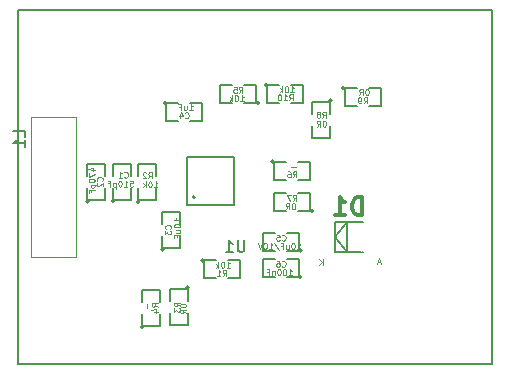
<source format=gbr>
%TF.GenerationSoftware,KiCad,Pcbnew,7.0.5.1-1-g8f565ef7f0-dirty-deb11*%
%TF.CreationDate,2023-07-05T14:59:33+00:00*%
%TF.ProjectId,LIGHTNING01,4c494748-544e-4494-9e47-30312e6b6963,01A*%
%TF.SameCoordinates,Original*%
%TF.FileFunction,Legend,Bot*%
%TF.FilePolarity,Positive*%
%FSLAX46Y46*%
G04 Gerber Fmt 4.6, Leading zero omitted, Abs format (unit mm)*
G04 Created by KiCad (PCBNEW 7.0.5.1-1-g8f565ef7f0-dirty-deb11) date 2023-07-05 14:59:33*
%MOMM*%
%LPD*%
G01*
G04 APERTURE LIST*
%ADD10C,0.200000*%
%ADD11C,0.109220*%
%ADD12C,0.150000*%
%ADD13C,0.304800*%
%ADD14C,0.099060*%
%ADD15C,0.120000*%
G04 APERTURE END LIST*
D10*
X40386000Y254000D02*
X254000Y254000D01*
X254000Y254000D02*
X254000Y30226000D01*
X254000Y30226000D02*
X40386000Y30226000D01*
X40386000Y30226000D02*
X40386000Y254000D01*
D11*
%TO.C,R2*%
X11259396Y15966695D02*
X11426189Y16204971D01*
X11545327Y15966695D02*
X11545327Y16467075D01*
X11545327Y16467075D02*
X11354706Y16467075D01*
X11354706Y16467075D02*
X11307051Y16443247D01*
X11307051Y16443247D02*
X11283224Y16419420D01*
X11283224Y16419420D02*
X11259396Y16371764D01*
X11259396Y16371764D02*
X11259396Y16300282D01*
X11259396Y16300282D02*
X11283224Y16252626D01*
X11283224Y16252626D02*
X11307051Y16228799D01*
X11307051Y16228799D02*
X11354706Y16204971D01*
X11354706Y16204971D02*
X11545327Y16204971D01*
X11068775Y16419420D02*
X11044947Y16443247D01*
X11044947Y16443247D02*
X10997292Y16467075D01*
X10997292Y16467075D02*
X10878154Y16467075D01*
X10878154Y16467075D02*
X10830499Y16443247D01*
X10830499Y16443247D02*
X10806671Y16419420D01*
X10806671Y16419420D02*
X10782844Y16371764D01*
X10782844Y16371764D02*
X10782844Y16324109D01*
X10782844Y16324109D02*
X10806671Y16252626D01*
X10806671Y16252626D02*
X11092603Y15966695D01*
X11092603Y15966695D02*
X10782844Y15966695D01*
X11727845Y15204695D02*
X12013776Y15204695D01*
X11870810Y15204695D02*
X11870810Y15705075D01*
X11870810Y15705075D02*
X11918466Y15633592D01*
X11918466Y15633592D02*
X11966121Y15585937D01*
X11966121Y15585937D02*
X12013776Y15562109D01*
X11418086Y15705075D02*
X11370431Y15705075D01*
X11370431Y15705075D02*
X11322775Y15681247D01*
X11322775Y15681247D02*
X11298948Y15657420D01*
X11298948Y15657420D02*
X11275120Y15609764D01*
X11275120Y15609764D02*
X11251293Y15514454D01*
X11251293Y15514454D02*
X11251293Y15395316D01*
X11251293Y15395316D02*
X11275120Y15300005D01*
X11275120Y15300005D02*
X11298948Y15252350D01*
X11298948Y15252350D02*
X11322775Y15228522D01*
X11322775Y15228522D02*
X11370431Y15204695D01*
X11370431Y15204695D02*
X11418086Y15204695D01*
X11418086Y15204695D02*
X11465741Y15228522D01*
X11465741Y15228522D02*
X11489569Y15252350D01*
X11489569Y15252350D02*
X11513396Y15300005D01*
X11513396Y15300005D02*
X11537224Y15395316D01*
X11537224Y15395316D02*
X11537224Y15514454D01*
X11537224Y15514454D02*
X11513396Y15609764D01*
X11513396Y15609764D02*
X11489569Y15657420D01*
X11489569Y15657420D02*
X11465741Y15681247D01*
X11465741Y15681247D02*
X11418086Y15705075D01*
X11036844Y15204695D02*
X11036844Y15705075D01*
X10989189Y15395316D02*
X10846223Y15204695D01*
X10846223Y15538282D02*
X11036844Y15347661D01*
%TO.C,C3*%
X13132150Y11703897D02*
X13155978Y11727725D01*
X13155978Y11727725D02*
X13179805Y11799207D01*
X13179805Y11799207D02*
X13179805Y11846863D01*
X13179805Y11846863D02*
X13155978Y11918346D01*
X13155978Y11918346D02*
X13108322Y11966001D01*
X13108322Y11966001D02*
X13060667Y11989828D01*
X13060667Y11989828D02*
X12965357Y12013656D01*
X12965357Y12013656D02*
X12893874Y12013656D01*
X12893874Y12013656D02*
X12798563Y11989828D01*
X12798563Y11989828D02*
X12750908Y11966001D01*
X12750908Y11966001D02*
X12703253Y11918346D01*
X12703253Y11918346D02*
X12679425Y11846863D01*
X12679425Y11846863D02*
X12679425Y11799207D01*
X12679425Y11799207D02*
X12703253Y11727725D01*
X12703253Y11727725D02*
X12727080Y11703897D01*
X12679425Y11537104D02*
X12679425Y11227345D01*
X12679425Y11227345D02*
X12870046Y11394138D01*
X12870046Y11394138D02*
X12870046Y11322655D01*
X12870046Y11322655D02*
X12893874Y11275000D01*
X12893874Y11275000D02*
X12917701Y11251172D01*
X12917701Y11251172D02*
X12965357Y11227345D01*
X12965357Y11227345D02*
X13084495Y11227345D01*
X13084495Y11227345D02*
X13132150Y11251172D01*
X13132150Y11251172D02*
X13155978Y11275000D01*
X13155978Y11275000D02*
X13179805Y11322655D01*
X13179805Y11322655D02*
X13179805Y11465621D01*
X13179805Y11465621D02*
X13155978Y11513276D01*
X13155978Y11513276D02*
X13132150Y11537104D01*
X13941805Y12283622D02*
X13941805Y12569553D01*
X13941805Y12426587D02*
X13441425Y12426587D01*
X13441425Y12426587D02*
X13512908Y12474243D01*
X13512908Y12474243D02*
X13560563Y12521898D01*
X13560563Y12521898D02*
X13584391Y12569553D01*
X13441425Y11973863D02*
X13441425Y11926208D01*
X13441425Y11926208D02*
X13465253Y11878552D01*
X13465253Y11878552D02*
X13489080Y11854725D01*
X13489080Y11854725D02*
X13536736Y11830897D01*
X13536736Y11830897D02*
X13632046Y11807070D01*
X13632046Y11807070D02*
X13751184Y11807070D01*
X13751184Y11807070D02*
X13846495Y11830897D01*
X13846495Y11830897D02*
X13894150Y11854725D01*
X13894150Y11854725D02*
X13917978Y11878552D01*
X13917978Y11878552D02*
X13941805Y11926208D01*
X13941805Y11926208D02*
X13941805Y11973863D01*
X13941805Y11973863D02*
X13917978Y12021518D01*
X13917978Y12021518D02*
X13894150Y12045346D01*
X13894150Y12045346D02*
X13846495Y12069173D01*
X13846495Y12069173D02*
X13751184Y12093001D01*
X13751184Y12093001D02*
X13632046Y12093001D01*
X13632046Y12093001D02*
X13536736Y12069173D01*
X13536736Y12069173D02*
X13489080Y12045346D01*
X13489080Y12045346D02*
X13465253Y12021518D01*
X13465253Y12021518D02*
X13441425Y11973863D01*
X13608218Y11378173D02*
X13941805Y11378173D01*
X13608218Y11592621D02*
X13870322Y11592621D01*
X13870322Y11592621D02*
X13917978Y11568794D01*
X13917978Y11568794D02*
X13941805Y11521139D01*
X13941805Y11521139D02*
X13941805Y11449656D01*
X13941805Y11449656D02*
X13917978Y11402000D01*
X13917978Y11402000D02*
X13894150Y11378173D01*
X13679701Y10973103D02*
X13679701Y11139896D01*
X13941805Y11139896D02*
X13441425Y11139896D01*
X13441425Y11139896D02*
X13441425Y10901620D01*
%TO.C,C6*%
X22562396Y8521350D02*
X22586224Y8497522D01*
X22586224Y8497522D02*
X22657706Y8473695D01*
X22657706Y8473695D02*
X22705362Y8473695D01*
X22705362Y8473695D02*
X22776845Y8497522D01*
X22776845Y8497522D02*
X22824500Y8545178D01*
X22824500Y8545178D02*
X22848327Y8592833D01*
X22848327Y8592833D02*
X22872155Y8688143D01*
X22872155Y8688143D02*
X22872155Y8759626D01*
X22872155Y8759626D02*
X22848327Y8854937D01*
X22848327Y8854937D02*
X22824500Y8902592D01*
X22824500Y8902592D02*
X22776845Y8950247D01*
X22776845Y8950247D02*
X22705362Y8974075D01*
X22705362Y8974075D02*
X22657706Y8974075D01*
X22657706Y8974075D02*
X22586224Y8950247D01*
X22586224Y8950247D02*
X22562396Y8926420D01*
X22133499Y8974075D02*
X22228809Y8974075D01*
X22228809Y8974075D02*
X22276465Y8950247D01*
X22276465Y8950247D02*
X22300292Y8926420D01*
X22300292Y8926420D02*
X22347947Y8854937D01*
X22347947Y8854937D02*
X22371775Y8759626D01*
X22371775Y8759626D02*
X22371775Y8569005D01*
X22371775Y8569005D02*
X22347947Y8521350D01*
X22347947Y8521350D02*
X22324120Y8497522D01*
X22324120Y8497522D02*
X22276465Y8473695D01*
X22276465Y8473695D02*
X22181154Y8473695D01*
X22181154Y8473695D02*
X22133499Y8497522D01*
X22133499Y8497522D02*
X22109671Y8521350D01*
X22109671Y8521350D02*
X22085844Y8569005D01*
X22085844Y8569005D02*
X22085844Y8688143D01*
X22085844Y8688143D02*
X22109671Y8735799D01*
X22109671Y8735799D02*
X22133499Y8759626D01*
X22133499Y8759626D02*
X22181154Y8783454D01*
X22181154Y8783454D02*
X22276465Y8783454D01*
X22276465Y8783454D02*
X22324120Y8759626D01*
X22324120Y8759626D02*
X22347947Y8735799D01*
X22347947Y8735799D02*
X22371775Y8688143D01*
X23126397Y7775195D02*
X23412328Y7775195D01*
X23269362Y7775195D02*
X23269362Y8275575D01*
X23269362Y8275575D02*
X23317018Y8204092D01*
X23317018Y8204092D02*
X23364673Y8156437D01*
X23364673Y8156437D02*
X23412328Y8132609D01*
X22816638Y8275575D02*
X22768983Y8275575D01*
X22768983Y8275575D02*
X22721327Y8251747D01*
X22721327Y8251747D02*
X22697500Y8227920D01*
X22697500Y8227920D02*
X22673672Y8180264D01*
X22673672Y8180264D02*
X22649845Y8084954D01*
X22649845Y8084954D02*
X22649845Y7965816D01*
X22649845Y7965816D02*
X22673672Y7870505D01*
X22673672Y7870505D02*
X22697500Y7822850D01*
X22697500Y7822850D02*
X22721327Y7799022D01*
X22721327Y7799022D02*
X22768983Y7775195D01*
X22768983Y7775195D02*
X22816638Y7775195D01*
X22816638Y7775195D02*
X22864293Y7799022D01*
X22864293Y7799022D02*
X22888121Y7822850D01*
X22888121Y7822850D02*
X22911948Y7870505D01*
X22911948Y7870505D02*
X22935776Y7965816D01*
X22935776Y7965816D02*
X22935776Y8084954D01*
X22935776Y8084954D02*
X22911948Y8180264D01*
X22911948Y8180264D02*
X22888121Y8227920D01*
X22888121Y8227920D02*
X22864293Y8251747D01*
X22864293Y8251747D02*
X22816638Y8275575D01*
X22340086Y8275575D02*
X22292431Y8275575D01*
X22292431Y8275575D02*
X22244775Y8251747D01*
X22244775Y8251747D02*
X22220948Y8227920D01*
X22220948Y8227920D02*
X22197120Y8180264D01*
X22197120Y8180264D02*
X22173293Y8084954D01*
X22173293Y8084954D02*
X22173293Y7965816D01*
X22173293Y7965816D02*
X22197120Y7870505D01*
X22197120Y7870505D02*
X22220948Y7822850D01*
X22220948Y7822850D02*
X22244775Y7799022D01*
X22244775Y7799022D02*
X22292431Y7775195D01*
X22292431Y7775195D02*
X22340086Y7775195D01*
X22340086Y7775195D02*
X22387741Y7799022D01*
X22387741Y7799022D02*
X22411569Y7822850D01*
X22411569Y7822850D02*
X22435396Y7870505D01*
X22435396Y7870505D02*
X22459224Y7965816D01*
X22459224Y7965816D02*
X22459224Y8084954D01*
X22459224Y8084954D02*
X22435396Y8180264D01*
X22435396Y8180264D02*
X22411569Y8227920D01*
X22411569Y8227920D02*
X22387741Y8251747D01*
X22387741Y8251747D02*
X22340086Y8275575D01*
X21958844Y8108782D02*
X21958844Y7775195D01*
X21958844Y8061126D02*
X21935017Y8084954D01*
X21935017Y8084954D02*
X21887362Y8108782D01*
X21887362Y8108782D02*
X21815879Y8108782D01*
X21815879Y8108782D02*
X21768223Y8084954D01*
X21768223Y8084954D02*
X21744396Y8037299D01*
X21744396Y8037299D02*
X21744396Y7775195D01*
X21339326Y8037299D02*
X21506119Y8037299D01*
X21506119Y7775195D02*
X21506119Y8275575D01*
X21506119Y8275575D02*
X21267843Y8275575D01*
%TO.C,R9*%
X29483896Y22316695D02*
X29650689Y22554971D01*
X29769827Y22316695D02*
X29769827Y22817075D01*
X29769827Y22817075D02*
X29579206Y22817075D01*
X29579206Y22817075D02*
X29531551Y22793247D01*
X29531551Y22793247D02*
X29507724Y22769420D01*
X29507724Y22769420D02*
X29483896Y22721764D01*
X29483896Y22721764D02*
X29483896Y22650282D01*
X29483896Y22650282D02*
X29507724Y22602626D01*
X29507724Y22602626D02*
X29531551Y22578799D01*
X29531551Y22578799D02*
X29579206Y22554971D01*
X29579206Y22554971D02*
X29769827Y22554971D01*
X29245620Y22316695D02*
X29150309Y22316695D01*
X29150309Y22316695D02*
X29102654Y22340522D01*
X29102654Y22340522D02*
X29078826Y22364350D01*
X29078826Y22364350D02*
X29031171Y22435833D01*
X29031171Y22435833D02*
X29007344Y22531143D01*
X29007344Y22531143D02*
X29007344Y22721764D01*
X29007344Y22721764D02*
X29031171Y22769420D01*
X29031171Y22769420D02*
X29054999Y22793247D01*
X29054999Y22793247D02*
X29102654Y22817075D01*
X29102654Y22817075D02*
X29197965Y22817075D01*
X29197965Y22817075D02*
X29245620Y22793247D01*
X29245620Y22793247D02*
X29269447Y22769420D01*
X29269447Y22769420D02*
X29293275Y22721764D01*
X29293275Y22721764D02*
X29293275Y22602626D01*
X29293275Y22602626D02*
X29269447Y22554971D01*
X29269447Y22554971D02*
X29245620Y22531143D01*
X29245620Y22531143D02*
X29197965Y22507316D01*
X29197965Y22507316D02*
X29102654Y22507316D01*
X29102654Y22507316D02*
X29054999Y22531143D01*
X29054999Y22531143D02*
X29031171Y22554971D01*
X29031171Y22554971D02*
X29007344Y22602626D01*
X29801517Y23515575D02*
X29753862Y23515575D01*
X29753862Y23515575D02*
X29706206Y23491747D01*
X29706206Y23491747D02*
X29682379Y23467920D01*
X29682379Y23467920D02*
X29658551Y23420264D01*
X29658551Y23420264D02*
X29634724Y23324954D01*
X29634724Y23324954D02*
X29634724Y23205816D01*
X29634724Y23205816D02*
X29658551Y23110505D01*
X29658551Y23110505D02*
X29682379Y23062850D01*
X29682379Y23062850D02*
X29706206Y23039022D01*
X29706206Y23039022D02*
X29753862Y23015195D01*
X29753862Y23015195D02*
X29801517Y23015195D01*
X29801517Y23015195D02*
X29849172Y23039022D01*
X29849172Y23039022D02*
X29873000Y23062850D01*
X29873000Y23062850D02*
X29896827Y23110505D01*
X29896827Y23110505D02*
X29920655Y23205816D01*
X29920655Y23205816D02*
X29920655Y23324954D01*
X29920655Y23324954D02*
X29896827Y23420264D01*
X29896827Y23420264D02*
X29873000Y23467920D01*
X29873000Y23467920D02*
X29849172Y23491747D01*
X29849172Y23491747D02*
X29801517Y23515575D01*
X29134344Y23015195D02*
X29301137Y23253471D01*
X29420275Y23015195D02*
X29420275Y23515575D01*
X29420275Y23515575D02*
X29229654Y23515575D01*
X29229654Y23515575D02*
X29181999Y23491747D01*
X29181999Y23491747D02*
X29158172Y23467920D01*
X29158172Y23467920D02*
X29134344Y23420264D01*
X29134344Y23420264D02*
X29134344Y23348782D01*
X29134344Y23348782D02*
X29158172Y23301126D01*
X29158172Y23301126D02*
X29181999Y23277299D01*
X29181999Y23277299D02*
X29229654Y23253471D01*
X29229654Y23253471D02*
X29420275Y23253471D01*
%TO.C,R10*%
X23181672Y22570695D02*
X23348465Y22808971D01*
X23467603Y22570695D02*
X23467603Y23071075D01*
X23467603Y23071075D02*
X23276982Y23071075D01*
X23276982Y23071075D02*
X23229327Y23047247D01*
X23229327Y23047247D02*
X23205500Y23023420D01*
X23205500Y23023420D02*
X23181672Y22975764D01*
X23181672Y22975764D02*
X23181672Y22904282D01*
X23181672Y22904282D02*
X23205500Y22856626D01*
X23205500Y22856626D02*
X23229327Y22832799D01*
X23229327Y22832799D02*
X23276982Y22808971D01*
X23276982Y22808971D02*
X23467603Y22808971D01*
X22705120Y22570695D02*
X22991051Y22570695D01*
X22848085Y22570695D02*
X22848085Y23071075D01*
X22848085Y23071075D02*
X22895741Y22999592D01*
X22895741Y22999592D02*
X22943396Y22951937D01*
X22943396Y22951937D02*
X22991051Y22928109D01*
X22395361Y23071075D02*
X22347706Y23071075D01*
X22347706Y23071075D02*
X22300050Y23047247D01*
X22300050Y23047247D02*
X22276223Y23023420D01*
X22276223Y23023420D02*
X22252395Y22975764D01*
X22252395Y22975764D02*
X22228568Y22880454D01*
X22228568Y22880454D02*
X22228568Y22761316D01*
X22228568Y22761316D02*
X22252395Y22666005D01*
X22252395Y22666005D02*
X22276223Y22618350D01*
X22276223Y22618350D02*
X22300050Y22594522D01*
X22300050Y22594522D02*
X22347706Y22570695D01*
X22347706Y22570695D02*
X22395361Y22570695D01*
X22395361Y22570695D02*
X22443016Y22594522D01*
X22443016Y22594522D02*
X22466844Y22618350D01*
X22466844Y22618350D02*
X22490671Y22666005D01*
X22490671Y22666005D02*
X22514499Y22761316D01*
X22514499Y22761316D02*
X22514499Y22880454D01*
X22514499Y22880454D02*
X22490671Y22975764D01*
X22490671Y22975764D02*
X22466844Y23023420D01*
X22466844Y23023420D02*
X22443016Y23047247D01*
X22443016Y23047247D02*
X22395361Y23071075D01*
X23284845Y23269195D02*
X23570776Y23269195D01*
X23427810Y23269195D02*
X23427810Y23769575D01*
X23427810Y23769575D02*
X23475466Y23698092D01*
X23475466Y23698092D02*
X23523121Y23650437D01*
X23523121Y23650437D02*
X23570776Y23626609D01*
X22975086Y23769575D02*
X22927431Y23769575D01*
X22927431Y23769575D02*
X22879775Y23745747D01*
X22879775Y23745747D02*
X22855948Y23721920D01*
X22855948Y23721920D02*
X22832120Y23674264D01*
X22832120Y23674264D02*
X22808293Y23578954D01*
X22808293Y23578954D02*
X22808293Y23459816D01*
X22808293Y23459816D02*
X22832120Y23364505D01*
X22832120Y23364505D02*
X22855948Y23316850D01*
X22855948Y23316850D02*
X22879775Y23293022D01*
X22879775Y23293022D02*
X22927431Y23269195D01*
X22927431Y23269195D02*
X22975086Y23269195D01*
X22975086Y23269195D02*
X23022741Y23293022D01*
X23022741Y23293022D02*
X23046569Y23316850D01*
X23046569Y23316850D02*
X23070396Y23364505D01*
X23070396Y23364505D02*
X23094224Y23459816D01*
X23094224Y23459816D02*
X23094224Y23578954D01*
X23094224Y23578954D02*
X23070396Y23674264D01*
X23070396Y23674264D02*
X23046569Y23721920D01*
X23046569Y23721920D02*
X23022741Y23745747D01*
X23022741Y23745747D02*
X22975086Y23769575D01*
X22593844Y23269195D02*
X22593844Y23769575D01*
X22546189Y23459816D02*
X22403223Y23269195D01*
X22403223Y23602782D02*
X22593844Y23412161D01*
D12*
%TO.C,L1*%
X793319Y19506667D02*
X793319Y19982857D01*
X793319Y19982857D02*
X-206681Y19982857D01*
X793319Y18649524D02*
X793319Y19220952D01*
X793319Y18935238D02*
X-206681Y18935238D01*
X-206681Y18935238D02*
X-63824Y19030476D01*
X-63824Y19030476D02*
X31414Y19125714D01*
X31414Y19125714D02*
X79033Y19220952D01*
D11*
%TO.C,C1*%
X9227396Y16077850D02*
X9251224Y16054022D01*
X9251224Y16054022D02*
X9322706Y16030195D01*
X9322706Y16030195D02*
X9370362Y16030195D01*
X9370362Y16030195D02*
X9441845Y16054022D01*
X9441845Y16054022D02*
X9489500Y16101678D01*
X9489500Y16101678D02*
X9513327Y16149333D01*
X9513327Y16149333D02*
X9537155Y16244643D01*
X9537155Y16244643D02*
X9537155Y16316126D01*
X9537155Y16316126D02*
X9513327Y16411437D01*
X9513327Y16411437D02*
X9489500Y16459092D01*
X9489500Y16459092D02*
X9441845Y16506747D01*
X9441845Y16506747D02*
X9370362Y16530575D01*
X9370362Y16530575D02*
X9322706Y16530575D01*
X9322706Y16530575D02*
X9251224Y16506747D01*
X9251224Y16506747D02*
X9227396Y16482920D01*
X8750844Y16030195D02*
X9036775Y16030195D01*
X8893809Y16030195D02*
X8893809Y16530575D01*
X8893809Y16530575D02*
X8941465Y16459092D01*
X8941465Y16459092D02*
X8989120Y16411437D01*
X8989120Y16411437D02*
X9036775Y16387609D01*
X9688224Y15768575D02*
X9926500Y15768575D01*
X9926500Y15768575D02*
X9950328Y15530299D01*
X9950328Y15530299D02*
X9926500Y15554126D01*
X9926500Y15554126D02*
X9878845Y15577954D01*
X9878845Y15577954D02*
X9759707Y15577954D01*
X9759707Y15577954D02*
X9712052Y15554126D01*
X9712052Y15554126D02*
X9688224Y15530299D01*
X9688224Y15530299D02*
X9664397Y15482643D01*
X9664397Y15482643D02*
X9664397Y15363505D01*
X9664397Y15363505D02*
X9688224Y15315850D01*
X9688224Y15315850D02*
X9712052Y15292022D01*
X9712052Y15292022D02*
X9759707Y15268195D01*
X9759707Y15268195D02*
X9878845Y15268195D01*
X9878845Y15268195D02*
X9926500Y15292022D01*
X9926500Y15292022D02*
X9950328Y15315850D01*
X9187845Y15268195D02*
X9473776Y15268195D01*
X9330810Y15268195D02*
X9330810Y15768575D01*
X9330810Y15768575D02*
X9378466Y15697092D01*
X9378466Y15697092D02*
X9426121Y15649437D01*
X9426121Y15649437D02*
X9473776Y15625609D01*
X8878086Y15768575D02*
X8830431Y15768575D01*
X8830431Y15768575D02*
X8782775Y15744747D01*
X8782775Y15744747D02*
X8758948Y15720920D01*
X8758948Y15720920D02*
X8735120Y15673264D01*
X8735120Y15673264D02*
X8711293Y15577954D01*
X8711293Y15577954D02*
X8711293Y15458816D01*
X8711293Y15458816D02*
X8735120Y15363505D01*
X8735120Y15363505D02*
X8758948Y15315850D01*
X8758948Y15315850D02*
X8782775Y15292022D01*
X8782775Y15292022D02*
X8830431Y15268195D01*
X8830431Y15268195D02*
X8878086Y15268195D01*
X8878086Y15268195D02*
X8925741Y15292022D01*
X8925741Y15292022D02*
X8949569Y15315850D01*
X8949569Y15315850D02*
X8973396Y15363505D01*
X8973396Y15363505D02*
X8997224Y15458816D01*
X8997224Y15458816D02*
X8997224Y15577954D01*
X8997224Y15577954D02*
X8973396Y15673264D01*
X8973396Y15673264D02*
X8949569Y15720920D01*
X8949569Y15720920D02*
X8925741Y15744747D01*
X8925741Y15744747D02*
X8878086Y15768575D01*
X8496844Y15601782D02*
X8496844Y15101402D01*
X8496844Y15577954D02*
X8449189Y15601782D01*
X8449189Y15601782D02*
X8353879Y15601782D01*
X8353879Y15601782D02*
X8306223Y15577954D01*
X8306223Y15577954D02*
X8282396Y15554126D01*
X8282396Y15554126D02*
X8258568Y15506471D01*
X8258568Y15506471D02*
X8258568Y15363505D01*
X8258568Y15363505D02*
X8282396Y15315850D01*
X8282396Y15315850D02*
X8306223Y15292022D01*
X8306223Y15292022D02*
X8353879Y15268195D01*
X8353879Y15268195D02*
X8449189Y15268195D01*
X8449189Y15268195D02*
X8496844Y15292022D01*
X7877326Y15530299D02*
X8044119Y15530299D01*
X8044119Y15268195D02*
X8044119Y15768575D01*
X8044119Y15768575D02*
X7805843Y15768575D01*
%TO.C,C2*%
X7353650Y15767897D02*
X7377478Y15791725D01*
X7377478Y15791725D02*
X7401305Y15863207D01*
X7401305Y15863207D02*
X7401305Y15910863D01*
X7401305Y15910863D02*
X7377478Y15982346D01*
X7377478Y15982346D02*
X7329822Y16030001D01*
X7329822Y16030001D02*
X7282167Y16053828D01*
X7282167Y16053828D02*
X7186857Y16077656D01*
X7186857Y16077656D02*
X7115374Y16077656D01*
X7115374Y16077656D02*
X7020063Y16053828D01*
X7020063Y16053828D02*
X6972408Y16030001D01*
X6972408Y16030001D02*
X6924753Y15982346D01*
X6924753Y15982346D02*
X6900925Y15910863D01*
X6900925Y15910863D02*
X6900925Y15863207D01*
X6900925Y15863207D02*
X6924753Y15791725D01*
X6924753Y15791725D02*
X6948580Y15767897D01*
X6948580Y15577276D02*
X6924753Y15553448D01*
X6924753Y15553448D02*
X6900925Y15505793D01*
X6900925Y15505793D02*
X6900925Y15386655D01*
X6900925Y15386655D02*
X6924753Y15339000D01*
X6924753Y15339000D02*
X6948580Y15315172D01*
X6948580Y15315172D02*
X6996236Y15291345D01*
X6996236Y15291345D02*
X7043891Y15291345D01*
X7043891Y15291345D02*
X7115374Y15315172D01*
X7115374Y15315172D02*
X7401305Y15601104D01*
X7401305Y15601104D02*
X7401305Y15291345D01*
X6369218Y16633553D02*
X6702805Y16633553D01*
X6178598Y16752691D02*
X6536012Y16871829D01*
X6536012Y16871829D02*
X6536012Y16562070D01*
X6202425Y16419105D02*
X6202425Y16085518D01*
X6202425Y16085518D02*
X6702805Y16299967D01*
X6202425Y15799587D02*
X6202425Y15751932D01*
X6202425Y15751932D02*
X6226253Y15704276D01*
X6226253Y15704276D02*
X6250080Y15680449D01*
X6250080Y15680449D02*
X6297736Y15656621D01*
X6297736Y15656621D02*
X6393046Y15632794D01*
X6393046Y15632794D02*
X6512184Y15632794D01*
X6512184Y15632794D02*
X6607495Y15656621D01*
X6607495Y15656621D02*
X6655150Y15680449D01*
X6655150Y15680449D02*
X6678978Y15704276D01*
X6678978Y15704276D02*
X6702805Y15751932D01*
X6702805Y15751932D02*
X6702805Y15799587D01*
X6702805Y15799587D02*
X6678978Y15847242D01*
X6678978Y15847242D02*
X6655150Y15871070D01*
X6655150Y15871070D02*
X6607495Y15894897D01*
X6607495Y15894897D02*
X6512184Y15918725D01*
X6512184Y15918725D02*
X6393046Y15918725D01*
X6393046Y15918725D02*
X6297736Y15894897D01*
X6297736Y15894897D02*
X6250080Y15871070D01*
X6250080Y15871070D02*
X6226253Y15847242D01*
X6226253Y15847242D02*
X6202425Y15799587D01*
X6369218Y15418345D02*
X6869598Y15418345D01*
X6393046Y15418345D02*
X6369218Y15370690D01*
X6369218Y15370690D02*
X6369218Y15275380D01*
X6369218Y15275380D02*
X6393046Y15227724D01*
X6393046Y15227724D02*
X6416874Y15203897D01*
X6416874Y15203897D02*
X6464529Y15180069D01*
X6464529Y15180069D02*
X6607495Y15180069D01*
X6607495Y15180069D02*
X6655150Y15203897D01*
X6655150Y15203897D02*
X6678978Y15227724D01*
X6678978Y15227724D02*
X6702805Y15275380D01*
X6702805Y15275380D02*
X6702805Y15370690D01*
X6702805Y15370690D02*
X6678978Y15418345D01*
X6440701Y14798827D02*
X6440701Y14965620D01*
X6702805Y14965620D02*
X6202425Y14965620D01*
X6202425Y14965620D02*
X6202425Y14727344D01*
%TO.C,C5*%
X22562396Y10743850D02*
X22586224Y10720022D01*
X22586224Y10720022D02*
X22657706Y10696195D01*
X22657706Y10696195D02*
X22705362Y10696195D01*
X22705362Y10696195D02*
X22776845Y10720022D01*
X22776845Y10720022D02*
X22824500Y10767678D01*
X22824500Y10767678D02*
X22848327Y10815333D01*
X22848327Y10815333D02*
X22872155Y10910643D01*
X22872155Y10910643D02*
X22872155Y10982126D01*
X22872155Y10982126D02*
X22848327Y11077437D01*
X22848327Y11077437D02*
X22824500Y11125092D01*
X22824500Y11125092D02*
X22776845Y11172747D01*
X22776845Y11172747D02*
X22705362Y11196575D01*
X22705362Y11196575D02*
X22657706Y11196575D01*
X22657706Y11196575D02*
X22586224Y11172747D01*
X22586224Y11172747D02*
X22562396Y11148920D01*
X22109671Y11196575D02*
X22347947Y11196575D01*
X22347947Y11196575D02*
X22371775Y10958299D01*
X22371775Y10958299D02*
X22347947Y10982126D01*
X22347947Y10982126D02*
X22300292Y11005954D01*
X22300292Y11005954D02*
X22181154Y11005954D01*
X22181154Y11005954D02*
X22133499Y10982126D01*
X22133499Y10982126D02*
X22109671Y10958299D01*
X22109671Y10958299D02*
X22085844Y10910643D01*
X22085844Y10910643D02*
X22085844Y10791505D01*
X22085844Y10791505D02*
X22109671Y10743850D01*
X22109671Y10743850D02*
X22133499Y10720022D01*
X22133499Y10720022D02*
X22181154Y10696195D01*
X22181154Y10696195D02*
X22300292Y10696195D01*
X22300292Y10696195D02*
X22347947Y10720022D01*
X22347947Y10720022D02*
X22371775Y10743850D01*
X23841225Y9997695D02*
X24127156Y9997695D01*
X23984190Y9997695D02*
X23984190Y10498075D01*
X23984190Y10498075D02*
X24031846Y10426592D01*
X24031846Y10426592D02*
X24079501Y10378937D01*
X24079501Y10378937D02*
X24127156Y10355109D01*
X23531466Y10498075D02*
X23483811Y10498075D01*
X23483811Y10498075D02*
X23436155Y10474247D01*
X23436155Y10474247D02*
X23412328Y10450420D01*
X23412328Y10450420D02*
X23388500Y10402764D01*
X23388500Y10402764D02*
X23364673Y10307454D01*
X23364673Y10307454D02*
X23364673Y10188316D01*
X23364673Y10188316D02*
X23388500Y10093005D01*
X23388500Y10093005D02*
X23412328Y10045350D01*
X23412328Y10045350D02*
X23436155Y10021522D01*
X23436155Y10021522D02*
X23483811Y9997695D01*
X23483811Y9997695D02*
X23531466Y9997695D01*
X23531466Y9997695D02*
X23579121Y10021522D01*
X23579121Y10021522D02*
X23602949Y10045350D01*
X23602949Y10045350D02*
X23626776Y10093005D01*
X23626776Y10093005D02*
X23650604Y10188316D01*
X23650604Y10188316D02*
X23650604Y10307454D01*
X23650604Y10307454D02*
X23626776Y10402764D01*
X23626776Y10402764D02*
X23602949Y10450420D01*
X23602949Y10450420D02*
X23579121Y10474247D01*
X23579121Y10474247D02*
X23531466Y10498075D01*
X22935776Y10331282D02*
X22935776Y9997695D01*
X23150224Y10331282D02*
X23150224Y10069178D01*
X23150224Y10069178D02*
X23126397Y10021522D01*
X23126397Y10021522D02*
X23078742Y9997695D01*
X23078742Y9997695D02*
X23007259Y9997695D01*
X23007259Y9997695D02*
X22959603Y10021522D01*
X22959603Y10021522D02*
X22935776Y10045350D01*
X22530706Y10259799D02*
X22697499Y10259799D01*
X22697499Y9997695D02*
X22697499Y10498075D01*
X22697499Y10498075D02*
X22459223Y10498075D01*
X21911188Y10521902D02*
X22340085Y9878557D01*
X21482291Y9997695D02*
X21768222Y9997695D01*
X21625256Y9997695D02*
X21625256Y10498075D01*
X21625256Y10498075D02*
X21672912Y10426592D01*
X21672912Y10426592D02*
X21720567Y10378937D01*
X21720567Y10378937D02*
X21768222Y10355109D01*
X21172532Y10498075D02*
X21124877Y10498075D01*
X21124877Y10498075D02*
X21077221Y10474247D01*
X21077221Y10474247D02*
X21053394Y10450420D01*
X21053394Y10450420D02*
X21029566Y10402764D01*
X21029566Y10402764D02*
X21005739Y10307454D01*
X21005739Y10307454D02*
X21005739Y10188316D01*
X21005739Y10188316D02*
X21029566Y10093005D01*
X21029566Y10093005D02*
X21053394Y10045350D01*
X21053394Y10045350D02*
X21077221Y10021522D01*
X21077221Y10021522D02*
X21124877Y9997695D01*
X21124877Y9997695D02*
X21172532Y9997695D01*
X21172532Y9997695D02*
X21220187Y10021522D01*
X21220187Y10021522D02*
X21244015Y10045350D01*
X21244015Y10045350D02*
X21267842Y10093005D01*
X21267842Y10093005D02*
X21291670Y10188316D01*
X21291670Y10188316D02*
X21291670Y10307454D01*
X21291670Y10307454D02*
X21267842Y10402764D01*
X21267842Y10402764D02*
X21244015Y10450420D01*
X21244015Y10450420D02*
X21220187Y10474247D01*
X21220187Y10474247D02*
X21172532Y10498075D01*
X20862773Y10498075D02*
X20695980Y9997695D01*
X20695980Y9997695D02*
X20529187Y10498075D01*
D13*
%TO.C,D1*%
X29369656Y12836319D02*
X29369656Y14360319D01*
X29369656Y14360319D02*
X29006799Y14360319D01*
X29006799Y14360319D02*
X28789085Y14287748D01*
X28789085Y14287748D02*
X28643942Y14142605D01*
X28643942Y14142605D02*
X28571371Y13997462D01*
X28571371Y13997462D02*
X28498799Y13707176D01*
X28498799Y13707176D02*
X28498799Y13489462D01*
X28498799Y13489462D02*
X28571371Y13199176D01*
X28571371Y13199176D02*
X28643942Y13054033D01*
X28643942Y13054033D02*
X28789085Y12908890D01*
X28789085Y12908890D02*
X29006799Y12836319D01*
X29006799Y12836319D02*
X29369656Y12836319D01*
X27047371Y12836319D02*
X27918228Y12836319D01*
X27482799Y12836319D02*
X27482799Y14360319D01*
X27482799Y14360319D02*
X27627942Y14142605D01*
X27627942Y14142605D02*
X27773085Y13997462D01*
X27773085Y13997462D02*
X27918228Y13924890D01*
D14*
X26026351Y8610327D02*
X26026351Y9110707D01*
X25740420Y8610327D02*
X25954869Y8896258D01*
X25740420Y9110707D02*
X26026351Y8824775D01*
X30914097Y8852353D02*
X30675821Y8852353D01*
X30961752Y8709387D02*
X30794959Y9209767D01*
X30794959Y9209767D02*
X30628166Y8709387D01*
D11*
%TO.C,R4*%
X12036805Y5099897D02*
X11798529Y5266690D01*
X12036805Y5385828D02*
X11536425Y5385828D01*
X11536425Y5385828D02*
X11536425Y5195207D01*
X11536425Y5195207D02*
X11560253Y5147552D01*
X11560253Y5147552D02*
X11584080Y5123725D01*
X11584080Y5123725D02*
X11631736Y5099897D01*
X11631736Y5099897D02*
X11703218Y5099897D01*
X11703218Y5099897D02*
X11750874Y5123725D01*
X11750874Y5123725D02*
X11774701Y5147552D01*
X11774701Y5147552D02*
X11798529Y5195207D01*
X11798529Y5195207D02*
X11798529Y5385828D01*
X11703218Y4671000D02*
X12036805Y4671000D01*
X11512598Y4790138D02*
X11870012Y4909276D01*
X11870012Y4909276D02*
X11870012Y4599517D01*
X11147684Y5334121D02*
X11147684Y4952879D01*
%TO.C,R5*%
X18942896Y23205695D02*
X19109689Y23443971D01*
X19228827Y23205695D02*
X19228827Y23706075D01*
X19228827Y23706075D02*
X19038206Y23706075D01*
X19038206Y23706075D02*
X18990551Y23682247D01*
X18990551Y23682247D02*
X18966724Y23658420D01*
X18966724Y23658420D02*
X18942896Y23610764D01*
X18942896Y23610764D02*
X18942896Y23539282D01*
X18942896Y23539282D02*
X18966724Y23491626D01*
X18966724Y23491626D02*
X18990551Y23467799D01*
X18990551Y23467799D02*
X19038206Y23443971D01*
X19038206Y23443971D02*
X19228827Y23443971D01*
X18490171Y23706075D02*
X18728447Y23706075D01*
X18728447Y23706075D02*
X18752275Y23467799D01*
X18752275Y23467799D02*
X18728447Y23491626D01*
X18728447Y23491626D02*
X18680792Y23515454D01*
X18680792Y23515454D02*
X18561654Y23515454D01*
X18561654Y23515454D02*
X18513999Y23491626D01*
X18513999Y23491626D02*
X18490171Y23467799D01*
X18490171Y23467799D02*
X18466344Y23420143D01*
X18466344Y23420143D02*
X18466344Y23301005D01*
X18466344Y23301005D02*
X18490171Y23253350D01*
X18490171Y23253350D02*
X18513999Y23229522D01*
X18513999Y23229522D02*
X18561654Y23205695D01*
X18561654Y23205695D02*
X18680792Y23205695D01*
X18680792Y23205695D02*
X18728447Y23229522D01*
X18728447Y23229522D02*
X18752275Y23253350D01*
X19030345Y22507195D02*
X19316276Y22507195D01*
X19173310Y22507195D02*
X19173310Y23007575D01*
X19173310Y23007575D02*
X19220966Y22936092D01*
X19220966Y22936092D02*
X19268621Y22888437D01*
X19268621Y22888437D02*
X19316276Y22864609D01*
X18720586Y23007575D02*
X18672931Y23007575D01*
X18672931Y23007575D02*
X18625275Y22983747D01*
X18625275Y22983747D02*
X18601448Y22959920D01*
X18601448Y22959920D02*
X18577620Y22912264D01*
X18577620Y22912264D02*
X18553793Y22816954D01*
X18553793Y22816954D02*
X18553793Y22697816D01*
X18553793Y22697816D02*
X18577620Y22602505D01*
X18577620Y22602505D02*
X18601448Y22554850D01*
X18601448Y22554850D02*
X18625275Y22531022D01*
X18625275Y22531022D02*
X18672931Y22507195D01*
X18672931Y22507195D02*
X18720586Y22507195D01*
X18720586Y22507195D02*
X18768241Y22531022D01*
X18768241Y22531022D02*
X18792069Y22554850D01*
X18792069Y22554850D02*
X18815896Y22602505D01*
X18815896Y22602505D02*
X18839724Y22697816D01*
X18839724Y22697816D02*
X18839724Y22816954D01*
X18839724Y22816954D02*
X18815896Y22912264D01*
X18815896Y22912264D02*
X18792069Y22959920D01*
X18792069Y22959920D02*
X18768241Y22983747D01*
X18768241Y22983747D02*
X18720586Y23007575D01*
X18339344Y22507195D02*
X18339344Y23007575D01*
X18291689Y22697816D02*
X18148723Y22507195D01*
X18148723Y22840782D02*
X18339344Y22650161D01*
%TO.C,R6*%
X23514896Y16055478D02*
X23681689Y16293754D01*
X23800827Y16055478D02*
X23800827Y16555858D01*
X23800827Y16555858D02*
X23610206Y16555858D01*
X23610206Y16555858D02*
X23562551Y16532030D01*
X23562551Y16532030D02*
X23538724Y16508203D01*
X23538724Y16508203D02*
X23514896Y16460547D01*
X23514896Y16460547D02*
X23514896Y16389065D01*
X23514896Y16389065D02*
X23538724Y16341409D01*
X23538724Y16341409D02*
X23562551Y16317582D01*
X23562551Y16317582D02*
X23610206Y16293754D01*
X23610206Y16293754D02*
X23800827Y16293754D01*
X23085999Y16555858D02*
X23181309Y16555858D01*
X23181309Y16555858D02*
X23228965Y16532030D01*
X23228965Y16532030D02*
X23252792Y16508203D01*
X23252792Y16508203D02*
X23300447Y16436720D01*
X23300447Y16436720D02*
X23324275Y16341409D01*
X23324275Y16341409D02*
X23324275Y16150788D01*
X23324275Y16150788D02*
X23300447Y16103133D01*
X23300447Y16103133D02*
X23276620Y16079305D01*
X23276620Y16079305D02*
X23228965Y16055478D01*
X23228965Y16055478D02*
X23133654Y16055478D01*
X23133654Y16055478D02*
X23085999Y16079305D01*
X23085999Y16079305D02*
X23062171Y16103133D01*
X23062171Y16103133D02*
X23038344Y16150788D01*
X23038344Y16150788D02*
X23038344Y16269926D01*
X23038344Y16269926D02*
X23062171Y16317582D01*
X23062171Y16317582D02*
X23085999Y16341409D01*
X23085999Y16341409D02*
X23133654Y16365237D01*
X23133654Y16365237D02*
X23228965Y16365237D01*
X23228965Y16365237D02*
X23276620Y16341409D01*
X23276620Y16341409D02*
X23300447Y16317582D01*
X23300447Y16317582D02*
X23324275Y16269926D01*
X23749120Y16944599D02*
X23367879Y16944599D01*
%TO.C,R7*%
X23514896Y14061695D02*
X23681689Y14299971D01*
X23800827Y14061695D02*
X23800827Y14562075D01*
X23800827Y14562075D02*
X23610206Y14562075D01*
X23610206Y14562075D02*
X23562551Y14538247D01*
X23562551Y14538247D02*
X23538724Y14514420D01*
X23538724Y14514420D02*
X23514896Y14466764D01*
X23514896Y14466764D02*
X23514896Y14395282D01*
X23514896Y14395282D02*
X23538724Y14347626D01*
X23538724Y14347626D02*
X23562551Y14323799D01*
X23562551Y14323799D02*
X23610206Y14299971D01*
X23610206Y14299971D02*
X23800827Y14299971D01*
X23348103Y14562075D02*
X23014516Y14562075D01*
X23014516Y14562075D02*
X23228965Y14061695D01*
X23578517Y13863575D02*
X23530862Y13863575D01*
X23530862Y13863575D02*
X23483206Y13839747D01*
X23483206Y13839747D02*
X23459379Y13815920D01*
X23459379Y13815920D02*
X23435551Y13768264D01*
X23435551Y13768264D02*
X23411724Y13672954D01*
X23411724Y13672954D02*
X23411724Y13553816D01*
X23411724Y13553816D02*
X23435551Y13458505D01*
X23435551Y13458505D02*
X23459379Y13410850D01*
X23459379Y13410850D02*
X23483206Y13387022D01*
X23483206Y13387022D02*
X23530862Y13363195D01*
X23530862Y13363195D02*
X23578517Y13363195D01*
X23578517Y13363195D02*
X23626172Y13387022D01*
X23626172Y13387022D02*
X23650000Y13410850D01*
X23650000Y13410850D02*
X23673827Y13458505D01*
X23673827Y13458505D02*
X23697655Y13553816D01*
X23697655Y13553816D02*
X23697655Y13672954D01*
X23697655Y13672954D02*
X23673827Y13768264D01*
X23673827Y13768264D02*
X23650000Y13815920D01*
X23650000Y13815920D02*
X23626172Y13839747D01*
X23626172Y13839747D02*
X23578517Y13863575D01*
X22911344Y13363195D02*
X23078137Y13601471D01*
X23197275Y13363195D02*
X23197275Y13863575D01*
X23197275Y13863575D02*
X23006654Y13863575D01*
X23006654Y13863575D02*
X22958999Y13839747D01*
X22958999Y13839747D02*
X22935172Y13815920D01*
X22935172Y13815920D02*
X22911344Y13768264D01*
X22911344Y13768264D02*
X22911344Y13696782D01*
X22911344Y13696782D02*
X22935172Y13649126D01*
X22935172Y13649126D02*
X22958999Y13625299D01*
X22958999Y13625299D02*
X23006654Y13601471D01*
X23006654Y13601471D02*
X23197275Y13601471D01*
%TO.C,R3*%
X13941805Y5163397D02*
X13703529Y5330190D01*
X13941805Y5449328D02*
X13441425Y5449328D01*
X13441425Y5449328D02*
X13441425Y5258707D01*
X13441425Y5258707D02*
X13465253Y5211052D01*
X13465253Y5211052D02*
X13489080Y5187225D01*
X13489080Y5187225D02*
X13536736Y5163397D01*
X13536736Y5163397D02*
X13608218Y5163397D01*
X13608218Y5163397D02*
X13655874Y5187225D01*
X13655874Y5187225D02*
X13679701Y5211052D01*
X13679701Y5211052D02*
X13703529Y5258707D01*
X13703529Y5258707D02*
X13703529Y5449328D01*
X13441425Y4996604D02*
X13441425Y4686845D01*
X13441425Y4686845D02*
X13632046Y4853638D01*
X13632046Y4853638D02*
X13632046Y4782155D01*
X13632046Y4782155D02*
X13655874Y4734500D01*
X13655874Y4734500D02*
X13679701Y4710672D01*
X13679701Y4710672D02*
X13727357Y4686845D01*
X13727357Y4686845D02*
X13846495Y4686845D01*
X13846495Y4686845D02*
X13894150Y4710672D01*
X13894150Y4710672D02*
X13917978Y4734500D01*
X13917978Y4734500D02*
X13941805Y4782155D01*
X13941805Y4782155D02*
X13941805Y4925121D01*
X13941805Y4925121D02*
X13917978Y4972776D01*
X13917978Y4972776D02*
X13894150Y4996604D01*
X13949425Y5227018D02*
X13949425Y5179363D01*
X13949425Y5179363D02*
X13973253Y5131707D01*
X13973253Y5131707D02*
X13997080Y5107880D01*
X13997080Y5107880D02*
X14044736Y5084052D01*
X14044736Y5084052D02*
X14140046Y5060225D01*
X14140046Y5060225D02*
X14259184Y5060225D01*
X14259184Y5060225D02*
X14354495Y5084052D01*
X14354495Y5084052D02*
X14402150Y5107880D01*
X14402150Y5107880D02*
X14425978Y5131707D01*
X14425978Y5131707D02*
X14449805Y5179363D01*
X14449805Y5179363D02*
X14449805Y5227018D01*
X14449805Y5227018D02*
X14425978Y5274673D01*
X14425978Y5274673D02*
X14402150Y5298501D01*
X14402150Y5298501D02*
X14354495Y5322328D01*
X14354495Y5322328D02*
X14259184Y5346156D01*
X14259184Y5346156D02*
X14140046Y5346156D01*
X14140046Y5346156D02*
X14044736Y5322328D01*
X14044736Y5322328D02*
X13997080Y5298501D01*
X13997080Y5298501D02*
X13973253Y5274673D01*
X13973253Y5274673D02*
X13949425Y5227018D01*
X14449805Y4559845D02*
X14211529Y4726638D01*
X14449805Y4845776D02*
X13949425Y4845776D01*
X13949425Y4845776D02*
X13949425Y4655155D01*
X13949425Y4655155D02*
X13973253Y4607500D01*
X13973253Y4607500D02*
X13997080Y4583673D01*
X13997080Y4583673D02*
X14044736Y4559845D01*
X14044736Y4559845D02*
X14116218Y4559845D01*
X14116218Y4559845D02*
X14163874Y4583673D01*
X14163874Y4583673D02*
X14187701Y4607500D01*
X14187701Y4607500D02*
X14211529Y4655155D01*
X14211529Y4655155D02*
X14211529Y4845776D01*
%TO.C,R1*%
X17545896Y7711695D02*
X17712689Y7949971D01*
X17831827Y7711695D02*
X17831827Y8212075D01*
X17831827Y8212075D02*
X17641206Y8212075D01*
X17641206Y8212075D02*
X17593551Y8188247D01*
X17593551Y8188247D02*
X17569724Y8164420D01*
X17569724Y8164420D02*
X17545896Y8116764D01*
X17545896Y8116764D02*
X17545896Y8045282D01*
X17545896Y8045282D02*
X17569724Y7997626D01*
X17569724Y7997626D02*
X17593551Y7973799D01*
X17593551Y7973799D02*
X17641206Y7949971D01*
X17641206Y7949971D02*
X17831827Y7949971D01*
X17069344Y7711695D02*
X17355275Y7711695D01*
X17212309Y7711695D02*
X17212309Y8212075D01*
X17212309Y8212075D02*
X17259965Y8140592D01*
X17259965Y8140592D02*
X17307620Y8092937D01*
X17307620Y8092937D02*
X17355275Y8069109D01*
X17887345Y8410195D02*
X18173276Y8410195D01*
X18030310Y8410195D02*
X18030310Y8910575D01*
X18030310Y8910575D02*
X18077966Y8839092D01*
X18077966Y8839092D02*
X18125621Y8791437D01*
X18125621Y8791437D02*
X18173276Y8767609D01*
X17577586Y8910575D02*
X17529931Y8910575D01*
X17529931Y8910575D02*
X17482275Y8886747D01*
X17482275Y8886747D02*
X17458448Y8862920D01*
X17458448Y8862920D02*
X17434620Y8815264D01*
X17434620Y8815264D02*
X17410793Y8719954D01*
X17410793Y8719954D02*
X17410793Y8600816D01*
X17410793Y8600816D02*
X17434620Y8505505D01*
X17434620Y8505505D02*
X17458448Y8457850D01*
X17458448Y8457850D02*
X17482275Y8434022D01*
X17482275Y8434022D02*
X17529931Y8410195D01*
X17529931Y8410195D02*
X17577586Y8410195D01*
X17577586Y8410195D02*
X17625241Y8434022D01*
X17625241Y8434022D02*
X17649069Y8457850D01*
X17649069Y8457850D02*
X17672896Y8505505D01*
X17672896Y8505505D02*
X17696724Y8600816D01*
X17696724Y8600816D02*
X17696724Y8719954D01*
X17696724Y8719954D02*
X17672896Y8815264D01*
X17672896Y8815264D02*
X17649069Y8862920D01*
X17649069Y8862920D02*
X17625241Y8886747D01*
X17625241Y8886747D02*
X17577586Y8910575D01*
X17196344Y8410195D02*
X17196344Y8910575D01*
X17148689Y8600816D02*
X17005723Y8410195D01*
X17005723Y8743782D02*
X17196344Y8553161D01*
%TO.C,R8*%
X25991396Y21110195D02*
X26158189Y21348471D01*
X26277327Y21110195D02*
X26277327Y21610575D01*
X26277327Y21610575D02*
X26086706Y21610575D01*
X26086706Y21610575D02*
X26039051Y21586747D01*
X26039051Y21586747D02*
X26015224Y21562920D01*
X26015224Y21562920D02*
X25991396Y21515264D01*
X25991396Y21515264D02*
X25991396Y21443782D01*
X25991396Y21443782D02*
X26015224Y21396126D01*
X26015224Y21396126D02*
X26039051Y21372299D01*
X26039051Y21372299D02*
X26086706Y21348471D01*
X26086706Y21348471D02*
X26277327Y21348471D01*
X25705465Y21396126D02*
X25753120Y21419954D01*
X25753120Y21419954D02*
X25776947Y21443782D01*
X25776947Y21443782D02*
X25800775Y21491437D01*
X25800775Y21491437D02*
X25800775Y21515264D01*
X25800775Y21515264D02*
X25776947Y21562920D01*
X25776947Y21562920D02*
X25753120Y21586747D01*
X25753120Y21586747D02*
X25705465Y21610575D01*
X25705465Y21610575D02*
X25610154Y21610575D01*
X25610154Y21610575D02*
X25562499Y21586747D01*
X25562499Y21586747D02*
X25538671Y21562920D01*
X25538671Y21562920D02*
X25514844Y21515264D01*
X25514844Y21515264D02*
X25514844Y21491437D01*
X25514844Y21491437D02*
X25538671Y21443782D01*
X25538671Y21443782D02*
X25562499Y21419954D01*
X25562499Y21419954D02*
X25610154Y21396126D01*
X25610154Y21396126D02*
X25705465Y21396126D01*
X25705465Y21396126D02*
X25753120Y21372299D01*
X25753120Y21372299D02*
X25776947Y21348471D01*
X25776947Y21348471D02*
X25800775Y21300816D01*
X25800775Y21300816D02*
X25800775Y21205505D01*
X25800775Y21205505D02*
X25776947Y21157850D01*
X25776947Y21157850D02*
X25753120Y21134022D01*
X25753120Y21134022D02*
X25705465Y21110195D01*
X25705465Y21110195D02*
X25610154Y21110195D01*
X25610154Y21110195D02*
X25562499Y21134022D01*
X25562499Y21134022D02*
X25538671Y21157850D01*
X25538671Y21157850D02*
X25514844Y21205505D01*
X25514844Y21205505D02*
X25514844Y21300816D01*
X25514844Y21300816D02*
X25538671Y21348471D01*
X25538671Y21348471D02*
X25562499Y21372299D01*
X25562499Y21372299D02*
X25610154Y21396126D01*
X26182017Y20848575D02*
X26134362Y20848575D01*
X26134362Y20848575D02*
X26086706Y20824747D01*
X26086706Y20824747D02*
X26062879Y20800920D01*
X26062879Y20800920D02*
X26039051Y20753264D01*
X26039051Y20753264D02*
X26015224Y20657954D01*
X26015224Y20657954D02*
X26015224Y20538816D01*
X26015224Y20538816D02*
X26039051Y20443505D01*
X26039051Y20443505D02*
X26062879Y20395850D01*
X26062879Y20395850D02*
X26086706Y20372022D01*
X26086706Y20372022D02*
X26134362Y20348195D01*
X26134362Y20348195D02*
X26182017Y20348195D01*
X26182017Y20348195D02*
X26229672Y20372022D01*
X26229672Y20372022D02*
X26253500Y20395850D01*
X26253500Y20395850D02*
X26277327Y20443505D01*
X26277327Y20443505D02*
X26301155Y20538816D01*
X26301155Y20538816D02*
X26301155Y20657954D01*
X26301155Y20657954D02*
X26277327Y20753264D01*
X26277327Y20753264D02*
X26253500Y20800920D01*
X26253500Y20800920D02*
X26229672Y20824747D01*
X26229672Y20824747D02*
X26182017Y20848575D01*
X25514844Y20348195D02*
X25681637Y20586471D01*
X25800775Y20348195D02*
X25800775Y20848575D01*
X25800775Y20848575D02*
X25610154Y20848575D01*
X25610154Y20848575D02*
X25562499Y20824747D01*
X25562499Y20824747D02*
X25538672Y20800920D01*
X25538672Y20800920D02*
X25514844Y20753264D01*
X25514844Y20753264D02*
X25514844Y20681782D01*
X25514844Y20681782D02*
X25538672Y20634126D01*
X25538672Y20634126D02*
X25562499Y20610299D01*
X25562499Y20610299D02*
X25610154Y20586471D01*
X25610154Y20586471D02*
X25800775Y20586471D01*
D12*
%TO.C,U1*%
X19391904Y10723181D02*
X19391904Y9913658D01*
X19391904Y9913658D02*
X19344285Y9818420D01*
X19344285Y9818420D02*
X19296666Y9770800D01*
X19296666Y9770800D02*
X19201428Y9723181D01*
X19201428Y9723181D02*
X19010952Y9723181D01*
X19010952Y9723181D02*
X18915714Y9770800D01*
X18915714Y9770800D02*
X18868095Y9818420D01*
X18868095Y9818420D02*
X18820476Y9913658D01*
X18820476Y9913658D02*
X18820476Y10723181D01*
X17820476Y9723181D02*
X18391904Y9723181D01*
X18106190Y9723181D02*
X18106190Y10723181D01*
X18106190Y10723181D02*
X18201428Y10580324D01*
X18201428Y10580324D02*
X18296666Y10485086D01*
X18296666Y10485086D02*
X18391904Y10437467D01*
D11*
%TO.C,C4*%
X14370896Y21094350D02*
X14394724Y21070522D01*
X14394724Y21070522D02*
X14466206Y21046695D01*
X14466206Y21046695D02*
X14513862Y21046695D01*
X14513862Y21046695D02*
X14585345Y21070522D01*
X14585345Y21070522D02*
X14633000Y21118178D01*
X14633000Y21118178D02*
X14656827Y21165833D01*
X14656827Y21165833D02*
X14680655Y21261143D01*
X14680655Y21261143D02*
X14680655Y21332626D01*
X14680655Y21332626D02*
X14656827Y21427937D01*
X14656827Y21427937D02*
X14633000Y21475592D01*
X14633000Y21475592D02*
X14585345Y21523247D01*
X14585345Y21523247D02*
X14513862Y21547075D01*
X14513862Y21547075D02*
X14466206Y21547075D01*
X14466206Y21547075D02*
X14394724Y21523247D01*
X14394724Y21523247D02*
X14370896Y21499420D01*
X13941999Y21380282D02*
X13941999Y21046695D01*
X14061137Y21570902D02*
X14180275Y21213488D01*
X14180275Y21213488D02*
X13870516Y21213488D01*
X14712345Y21745195D02*
X14998276Y21745195D01*
X14855310Y21745195D02*
X14855310Y22245575D01*
X14855310Y22245575D02*
X14902966Y22174092D01*
X14902966Y22174092D02*
X14950621Y22126437D01*
X14950621Y22126437D02*
X14998276Y22102609D01*
X14283448Y22078782D02*
X14283448Y21745195D01*
X14497896Y22078782D02*
X14497896Y21816678D01*
X14497896Y21816678D02*
X14474069Y21769022D01*
X14474069Y21769022D02*
X14426414Y21745195D01*
X14426414Y21745195D02*
X14354931Y21745195D01*
X14354931Y21745195D02*
X14307275Y21769022D01*
X14307275Y21769022D02*
X14283448Y21792850D01*
X13878378Y22007299D02*
X14045171Y22007299D01*
X14045171Y21745195D02*
X14045171Y22245575D01*
X14045171Y22245575D02*
X13806895Y22245575D01*
D12*
%TO.C,R2*%
X10414000Y14097000D02*
X11938000Y14097000D01*
X11938000Y17145000D02*
X10414000Y17145000D01*
X11938000Y16129000D02*
X11938000Y17145000D01*
X10414000Y15113000D02*
X10414000Y14097000D01*
X10414000Y17145000D02*
X10414000Y16129000D01*
X11938000Y14097000D02*
X11938000Y15113000D01*
X10541000Y13970000D02*
G75*
G03*
X10541000Y13970000I-127000J0D01*
G01*
%TO.C,C3*%
X13970000Y10096500D02*
X13970000Y11112500D01*
X13970000Y12128500D02*
X13970000Y13144500D01*
X12446000Y11112500D02*
X12446000Y10096500D01*
X12446000Y13144500D02*
X12446000Y12128500D01*
X13970000Y13144500D02*
X12446000Y13144500D01*
X12446000Y10096500D02*
X13970000Y10096500D01*
X12573000Y9969500D02*
G75*
G03*
X12573000Y9969500I-127000J0D01*
G01*
%TO.C,C6*%
X20955000Y9144000D02*
X20955000Y7620000D01*
X24003000Y7620000D02*
X24003000Y9144000D01*
X20955000Y7620000D02*
X21971000Y7620000D01*
X21971000Y9144000D02*
X20955000Y9144000D01*
X22987000Y7620000D02*
X24003000Y7620000D01*
X24003000Y9144000D02*
X22987000Y9144000D01*
X24257000Y7620000D02*
G75*
G03*
X24257000Y7620000I-127000J0D01*
G01*
%TO.C,R9*%
X30924500Y22098000D02*
X30924500Y23622000D01*
X27876500Y22098000D02*
X28892500Y22098000D01*
X29908500Y22098000D02*
X30924500Y22098000D01*
X30924500Y23622000D02*
X29908500Y23622000D01*
X27876500Y23622000D02*
X27876500Y22098000D01*
X28892500Y23622000D02*
X27876500Y23622000D01*
X27876500Y23622000D02*
G75*
G03*
X27876500Y23622000I-127000J0D01*
G01*
%TO.C,R10*%
X23368000Y22352000D02*
X24384000Y22352000D01*
X24384000Y23876000D02*
X23368000Y23876000D01*
X22352000Y23876000D02*
X21336000Y23876000D01*
X21336000Y23876000D02*
X21336000Y22352000D01*
X24384000Y22352000D02*
X24384000Y23876000D01*
X21336000Y22352000D02*
X22352000Y22352000D01*
X21336000Y23876000D02*
G75*
G03*
X21336000Y23876000I-127000J0D01*
G01*
D15*
%TO.C,L1*%
X1338500Y21140000D02*
X5138500Y21140000D01*
X5138500Y21140000D02*
X5138500Y9340000D01*
X1338500Y9340000D02*
X1338500Y21140000D01*
X5138500Y9340000D02*
X1338500Y9340000D01*
D12*
%TO.C,C1*%
X9779000Y14160500D02*
X9779000Y15176500D01*
X9779000Y16192500D02*
X9779000Y17208500D01*
X8255000Y17208500D02*
X8255000Y16192500D01*
X8255000Y15176500D02*
X8255000Y14160500D01*
X8255000Y14160500D02*
X9779000Y14160500D01*
X9779000Y17208500D02*
X8255000Y17208500D01*
X8382000Y14033500D02*
G75*
G03*
X8382000Y14033500I-127000J0D01*
G01*
%TO.C,C2*%
X6096000Y17208500D02*
X6096000Y16192500D01*
X6096000Y15176500D02*
X6096000Y14160500D01*
X6096000Y14160500D02*
X7620000Y14160500D01*
X7620000Y17208500D02*
X6096000Y17208500D01*
X7620000Y16192500D02*
X7620000Y17208500D01*
X7620000Y14160500D02*
X7620000Y15176500D01*
X6223000Y14033500D02*
G75*
G03*
X6223000Y14033500I-127000J0D01*
G01*
%TO.C,C5*%
X24003000Y11366500D02*
X22987000Y11366500D01*
X20955000Y9842500D02*
X21971000Y9842500D01*
X21971000Y11366500D02*
X20955000Y11366500D01*
X24003000Y9842500D02*
X24003000Y11366500D01*
X20955000Y11366500D02*
X20955000Y9842500D01*
X22987000Y9842500D02*
X24003000Y9842500D01*
X24257000Y9842500D02*
G75*
G03*
X24257000Y9842500I-127000J0D01*
G01*
%TO.C,D1*%
X27094180Y10985500D02*
X28044140Y12235180D01*
X27045920Y9735820D02*
X29293820Y9735820D01*
X28044140Y12235180D02*
X28044140Y9735820D01*
X27045920Y12235180D02*
X27045920Y9735820D01*
X29344620Y9735820D02*
X29443680Y9735820D01*
X27045920Y12235180D02*
X29395420Y12235180D01*
X28044140Y9735820D02*
X27045920Y10985500D01*
X29344620Y12235180D02*
X29443680Y12235180D01*
%TO.C,R4*%
X12255500Y5524500D02*
X12255500Y6540500D01*
X12255500Y3492500D02*
X12255500Y4508500D01*
X10731500Y3492500D02*
X12255500Y3492500D01*
X10731500Y6540500D02*
X10731500Y5524500D01*
X10731500Y4508500D02*
X10731500Y3492500D01*
X12255500Y6540500D02*
X10731500Y6540500D01*
X10858500Y3365500D02*
G75*
G03*
X10858500Y3365500I-127000J0D01*
G01*
%TO.C,R5*%
X18351500Y23876000D02*
X17335500Y23876000D01*
X20383500Y22352000D02*
X20383500Y23876000D01*
X19367500Y22352000D02*
X20383500Y22352000D01*
X17335500Y22352000D02*
X18351500Y22352000D01*
X17335500Y23876000D02*
X17335500Y22352000D01*
X20383500Y23876000D02*
X19367500Y23876000D01*
X20637500Y22352000D02*
G75*
G03*
X20637500Y22352000I-127000J0D01*
G01*
%TO.C,R6*%
X21907500Y15836783D02*
X22923500Y15836783D01*
X24955500Y15836783D02*
X24955500Y17360783D01*
X24955500Y17360783D02*
X23939500Y17360783D01*
X23939500Y15836783D02*
X24955500Y15836783D01*
X21907500Y17360783D02*
X21907500Y15836783D01*
X22923500Y17360783D02*
X21907500Y17360783D01*
X21907500Y17360783D02*
G75*
G03*
X21907500Y17360783I-127000J0D01*
G01*
%TO.C,R7*%
X23939500Y13208000D02*
X24955500Y13208000D01*
X21907500Y13208000D02*
X22923500Y13208000D01*
X22923500Y14732000D02*
X21907500Y14732000D01*
X21907500Y14732000D02*
X21907500Y13208000D01*
X24955500Y13208000D02*
X24955500Y14732000D01*
X24955500Y14732000D02*
X23939500Y14732000D01*
X25209500Y13208000D02*
G75*
G03*
X25209500Y13208000I-127000J0D01*
G01*
%TO.C,R3*%
X13081000Y4572000D02*
X13081000Y3556000D01*
X13081000Y3556000D02*
X14605000Y3556000D01*
X14605000Y5588000D02*
X14605000Y6604000D01*
X14605000Y3556000D02*
X14605000Y4572000D01*
X13081000Y6604000D02*
X13081000Y5588000D01*
X14605000Y6604000D02*
X13081000Y6604000D01*
X14732000Y6731000D02*
G75*
G03*
X14732000Y6731000I-127000J0D01*
G01*
%TO.C,R1*%
X16954500Y9017000D02*
X15938500Y9017000D01*
X15938500Y7493000D02*
X16954500Y7493000D01*
X18986500Y7493000D02*
X18986500Y9017000D01*
X18986500Y9017000D02*
X17970500Y9017000D01*
X15938500Y9017000D02*
X15938500Y7493000D01*
X17970500Y7493000D02*
X18986500Y7493000D01*
X15938500Y9017000D02*
G75*
G03*
X15938500Y9017000I-127000J0D01*
G01*
%TO.C,R8*%
X26670000Y22415500D02*
X25146000Y22415500D01*
X26670000Y19367500D02*
X26670000Y20383500D01*
X26670000Y21399500D02*
X26670000Y22415500D01*
X25146000Y22415500D02*
X25146000Y21399500D01*
X25146000Y20383500D02*
X25146000Y19367500D01*
X25146000Y19367500D02*
X26670000Y19367500D01*
X26797000Y22542500D02*
G75*
G03*
X26797000Y22542500I-127000J0D01*
G01*
%TO.C,U1*%
X18510000Y13748000D02*
X18510000Y17748000D01*
X14510000Y17748000D02*
X14510000Y13748000D01*
X18510000Y17748000D02*
X14510000Y17748000D01*
X14510000Y13748000D02*
X18510000Y13748000D01*
X15223137Y14348000D02*
G75*
G03*
X15223137Y14348000I-113137J0D01*
G01*
%TO.C,C4*%
X15811500Y22352000D02*
X14795500Y22352000D01*
X13779500Y22352000D02*
X12763500Y22352000D01*
X12763500Y22352000D02*
X12763500Y20828000D01*
X12763500Y20828000D02*
X13779500Y20828000D01*
X14795500Y20828000D02*
X15811500Y20828000D01*
X15811500Y20828000D02*
X15811500Y22352000D01*
X12763500Y22352000D02*
G75*
G03*
X12763500Y22352000I-127000J0D01*
G01*
%TD*%
M02*

</source>
